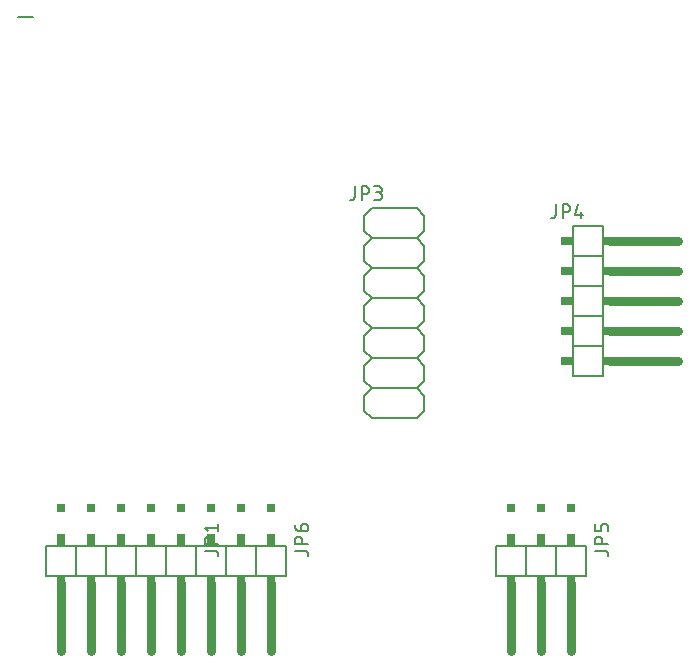
<source format=gbr>
G04 EAGLE Gerber RS-274X export*
G75*
%MOMM*%
%FSLAX34Y34*%
%LPD*%
%INSilkscreen Top*%
%IPPOS*%
%AMOC8*
5,1,8,0,0,1.08239X$1,22.5*%
G01*
%ADD10C,0.152400*%
%ADD11C,0.762000*%
%ADD12R,0.508000X0.762000*%
%ADD13R,1.016000X0.762000*%
%ADD14C,0.127000*%
%ADD15R,0.762000X0.508000*%
%ADD16R,0.762000X1.016000*%
%ADD17R,0.762000X0.762000*%
%ADD18C,0.203200*%


D10*
X547370Y378460D02*
X547370Y353060D01*
X572770Y353060D01*
X572770Y378460D01*
X547370Y378460D01*
D11*
X579120Y365760D02*
X636270Y365760D01*
D10*
X547370Y353060D02*
X547370Y327660D01*
X572770Y327660D01*
X572770Y353060D01*
D11*
X579120Y340360D02*
X636270Y340360D01*
D10*
X547370Y327660D02*
X547370Y302260D01*
X572770Y302260D01*
X572770Y327660D01*
D11*
X579120Y314960D02*
X636270Y314960D01*
D10*
X547370Y302260D02*
X547370Y276860D01*
X572770Y276860D01*
X572770Y302260D01*
D11*
X579120Y289560D02*
X636270Y289560D01*
D10*
X547370Y276860D02*
X547370Y251460D01*
X572770Y251460D01*
X572770Y276860D01*
D11*
X579120Y264160D02*
X636270Y264160D01*
D12*
X575310Y365760D03*
X575310Y340360D03*
X575310Y314960D03*
X575310Y289560D03*
X575310Y264160D03*
D13*
X542290Y365760D03*
X542290Y340360D03*
X542290Y314960D03*
X542290Y289560D03*
X542290Y264160D03*
D14*
X532765Y387985D02*
X532765Y396875D01*
X532765Y387985D02*
X532763Y387885D01*
X532757Y387786D01*
X532747Y387686D01*
X532734Y387588D01*
X532716Y387489D01*
X532695Y387392D01*
X532670Y387296D01*
X532641Y387200D01*
X532608Y387106D01*
X532572Y387013D01*
X532532Y386922D01*
X532488Y386832D01*
X532441Y386744D01*
X532391Y386658D01*
X532337Y386574D01*
X532280Y386492D01*
X532220Y386413D01*
X532156Y386335D01*
X532090Y386261D01*
X532021Y386189D01*
X531949Y386120D01*
X531875Y386054D01*
X531797Y385990D01*
X531718Y385930D01*
X531636Y385873D01*
X531552Y385819D01*
X531466Y385769D01*
X531378Y385722D01*
X531288Y385678D01*
X531197Y385638D01*
X531104Y385602D01*
X531010Y385569D01*
X530914Y385540D01*
X530818Y385515D01*
X530721Y385494D01*
X530622Y385476D01*
X530524Y385463D01*
X530424Y385453D01*
X530325Y385447D01*
X530225Y385445D01*
X528955Y385445D01*
X538745Y385445D02*
X538745Y396875D01*
X541920Y396875D01*
X542031Y396873D01*
X542141Y396867D01*
X542252Y396858D01*
X542362Y396844D01*
X542471Y396827D01*
X542580Y396806D01*
X542688Y396781D01*
X542795Y396752D01*
X542901Y396720D01*
X543006Y396684D01*
X543109Y396644D01*
X543211Y396601D01*
X543312Y396554D01*
X543411Y396503D01*
X543508Y396450D01*
X543602Y396393D01*
X543695Y396332D01*
X543786Y396269D01*
X543875Y396202D01*
X543961Y396132D01*
X544044Y396059D01*
X544126Y395984D01*
X544204Y395906D01*
X544279Y395824D01*
X544352Y395741D01*
X544422Y395655D01*
X544489Y395566D01*
X544552Y395475D01*
X544613Y395382D01*
X544670Y395287D01*
X544723Y395191D01*
X544774Y395092D01*
X544821Y394991D01*
X544864Y394889D01*
X544904Y394786D01*
X544940Y394681D01*
X544972Y394575D01*
X545001Y394468D01*
X545026Y394360D01*
X545047Y394251D01*
X545064Y394142D01*
X545078Y394032D01*
X545087Y393921D01*
X545093Y393811D01*
X545095Y393700D01*
X545093Y393589D01*
X545087Y393479D01*
X545078Y393368D01*
X545064Y393258D01*
X545047Y393149D01*
X545026Y393040D01*
X545001Y392932D01*
X544972Y392825D01*
X544940Y392719D01*
X544904Y392614D01*
X544864Y392511D01*
X544821Y392409D01*
X544774Y392308D01*
X544723Y392209D01*
X544670Y392112D01*
X544613Y392018D01*
X544552Y391925D01*
X544489Y391834D01*
X544422Y391745D01*
X544352Y391659D01*
X544279Y391576D01*
X544204Y391494D01*
X544126Y391416D01*
X544044Y391341D01*
X543961Y391268D01*
X543875Y391198D01*
X543786Y391131D01*
X543695Y391068D01*
X543602Y391007D01*
X543508Y390950D01*
X543411Y390897D01*
X543312Y390846D01*
X543211Y390799D01*
X543109Y390756D01*
X543006Y390716D01*
X542901Y390680D01*
X542795Y390648D01*
X542688Y390619D01*
X542580Y390594D01*
X542471Y390573D01*
X542362Y390556D01*
X542252Y390542D01*
X542141Y390533D01*
X542031Y390527D01*
X541920Y390525D01*
X538745Y390525D01*
X549604Y387985D02*
X552144Y396875D01*
X549604Y387985D02*
X555954Y387985D01*
X554049Y390525D02*
X554049Y385445D01*
D10*
X558800Y107950D02*
X533400Y107950D01*
X533400Y82550D01*
X558800Y82550D01*
X558800Y107950D01*
D11*
X546100Y76200D02*
X546100Y19050D01*
D10*
X533400Y107950D02*
X508000Y107950D01*
X508000Y82550D01*
X533400Y82550D01*
D11*
X520700Y76200D02*
X520700Y19050D01*
D10*
X508000Y107950D02*
X482600Y107950D01*
X482600Y82550D01*
X508000Y82550D01*
D11*
X495300Y76200D02*
X495300Y19050D01*
D15*
X546100Y80010D03*
X520700Y80010D03*
X495300Y80010D03*
D16*
X546100Y113030D03*
X520700Y113030D03*
D17*
X546100Y139700D03*
X520700Y139700D03*
D16*
X495300Y113030D03*
D17*
X495300Y139700D03*
D14*
X565785Y103176D02*
X574675Y103176D01*
X574775Y103174D01*
X574874Y103168D01*
X574974Y103158D01*
X575072Y103145D01*
X575171Y103127D01*
X575268Y103106D01*
X575364Y103081D01*
X575460Y103052D01*
X575554Y103019D01*
X575647Y102983D01*
X575738Y102943D01*
X575828Y102899D01*
X575916Y102852D01*
X576002Y102802D01*
X576086Y102748D01*
X576168Y102691D01*
X576247Y102631D01*
X576325Y102567D01*
X576399Y102501D01*
X576471Y102432D01*
X576540Y102360D01*
X576606Y102286D01*
X576670Y102208D01*
X576730Y102129D01*
X576787Y102047D01*
X576841Y101963D01*
X576891Y101877D01*
X576938Y101789D01*
X576982Y101699D01*
X577022Y101608D01*
X577058Y101515D01*
X577091Y101421D01*
X577120Y101325D01*
X577145Y101229D01*
X577166Y101132D01*
X577184Y101033D01*
X577197Y100935D01*
X577207Y100835D01*
X577213Y100736D01*
X577215Y100636D01*
X577215Y99366D01*
X577215Y109157D02*
X565785Y109157D01*
X565785Y112332D01*
X565787Y112443D01*
X565793Y112553D01*
X565802Y112664D01*
X565816Y112774D01*
X565833Y112883D01*
X565854Y112992D01*
X565879Y113100D01*
X565908Y113207D01*
X565940Y113313D01*
X565976Y113418D01*
X566016Y113521D01*
X566059Y113623D01*
X566106Y113724D01*
X566157Y113823D01*
X566210Y113919D01*
X566267Y114014D01*
X566328Y114107D01*
X566391Y114198D01*
X566458Y114287D01*
X566528Y114373D01*
X566601Y114456D01*
X566676Y114538D01*
X566754Y114616D01*
X566836Y114691D01*
X566919Y114764D01*
X567005Y114834D01*
X567094Y114901D01*
X567185Y114964D01*
X567278Y115025D01*
X567373Y115082D01*
X567469Y115135D01*
X567568Y115186D01*
X567669Y115233D01*
X567771Y115276D01*
X567874Y115316D01*
X567979Y115352D01*
X568085Y115384D01*
X568192Y115413D01*
X568300Y115438D01*
X568409Y115459D01*
X568518Y115476D01*
X568628Y115490D01*
X568739Y115499D01*
X568849Y115505D01*
X568960Y115507D01*
X569071Y115505D01*
X569181Y115499D01*
X569292Y115490D01*
X569402Y115476D01*
X569511Y115459D01*
X569620Y115438D01*
X569728Y115413D01*
X569835Y115384D01*
X569941Y115352D01*
X570046Y115316D01*
X570149Y115276D01*
X570251Y115233D01*
X570352Y115186D01*
X570451Y115135D01*
X570548Y115082D01*
X570642Y115025D01*
X570735Y114964D01*
X570826Y114901D01*
X570915Y114834D01*
X571001Y114764D01*
X571084Y114691D01*
X571166Y114616D01*
X571244Y114538D01*
X571319Y114456D01*
X571392Y114373D01*
X571462Y114287D01*
X571529Y114198D01*
X571592Y114107D01*
X571653Y114014D01*
X571710Y113920D01*
X571763Y113823D01*
X571814Y113724D01*
X571861Y113623D01*
X571904Y113521D01*
X571944Y113418D01*
X571980Y113313D01*
X572012Y113207D01*
X572041Y113100D01*
X572066Y112992D01*
X572087Y112883D01*
X572104Y112774D01*
X572118Y112664D01*
X572127Y112553D01*
X572133Y112443D01*
X572135Y112332D01*
X572135Y109157D01*
X577215Y120015D02*
X577215Y123825D01*
X577213Y123925D01*
X577207Y124024D01*
X577197Y124124D01*
X577184Y124222D01*
X577166Y124321D01*
X577145Y124418D01*
X577120Y124514D01*
X577091Y124610D01*
X577058Y124704D01*
X577022Y124797D01*
X576982Y124888D01*
X576938Y124978D01*
X576891Y125066D01*
X576841Y125152D01*
X576787Y125236D01*
X576730Y125318D01*
X576670Y125397D01*
X576606Y125475D01*
X576540Y125549D01*
X576471Y125621D01*
X576399Y125690D01*
X576325Y125756D01*
X576247Y125820D01*
X576168Y125880D01*
X576086Y125937D01*
X576002Y125991D01*
X575916Y126041D01*
X575828Y126088D01*
X575738Y126132D01*
X575647Y126172D01*
X575554Y126208D01*
X575460Y126241D01*
X575364Y126270D01*
X575268Y126295D01*
X575171Y126316D01*
X575072Y126334D01*
X574974Y126347D01*
X574874Y126357D01*
X574775Y126363D01*
X574675Y126365D01*
X573405Y126365D01*
X573305Y126363D01*
X573206Y126357D01*
X573106Y126347D01*
X573008Y126334D01*
X572909Y126316D01*
X572812Y126295D01*
X572716Y126270D01*
X572620Y126241D01*
X572526Y126208D01*
X572433Y126172D01*
X572342Y126132D01*
X572252Y126088D01*
X572164Y126041D01*
X572078Y125991D01*
X571994Y125937D01*
X571912Y125880D01*
X571833Y125820D01*
X571755Y125756D01*
X571681Y125690D01*
X571609Y125621D01*
X571540Y125549D01*
X571474Y125475D01*
X571410Y125397D01*
X571350Y125318D01*
X571293Y125236D01*
X571239Y125152D01*
X571189Y125066D01*
X571142Y124978D01*
X571098Y124888D01*
X571058Y124797D01*
X571022Y124704D01*
X570989Y124610D01*
X570960Y124514D01*
X570935Y124418D01*
X570914Y124321D01*
X570896Y124222D01*
X570883Y124124D01*
X570873Y124024D01*
X570867Y123925D01*
X570865Y123825D01*
X570865Y120015D01*
X565785Y120015D01*
X565785Y126365D01*
D10*
X228600Y107950D02*
X203200Y107950D01*
X203200Y82550D01*
X228600Y82550D01*
X228600Y107950D01*
D11*
X215900Y76200D02*
X215900Y19050D01*
D10*
X203200Y107950D02*
X177800Y107950D01*
X177800Y82550D01*
X203200Y82550D01*
D11*
X190500Y76200D02*
X190500Y19050D01*
D10*
X177800Y107950D02*
X152400Y107950D01*
X152400Y82550D01*
X177800Y82550D01*
D11*
X165100Y76200D02*
X165100Y19050D01*
D10*
X152400Y107950D02*
X127000Y107950D01*
X127000Y82550D01*
X152400Y82550D01*
D11*
X139700Y76200D02*
X139700Y19050D01*
D10*
X127000Y107950D02*
X101600Y107950D01*
X101600Y82550D01*
X127000Y82550D01*
D11*
X114300Y76200D02*
X114300Y19050D01*
D15*
X215900Y80010D03*
X190500Y80010D03*
X165100Y80010D03*
X139700Y80010D03*
X114300Y80010D03*
D16*
X215900Y113030D03*
X190500Y113030D03*
D17*
X215900Y139700D03*
X190500Y139700D03*
D16*
X165100Y113030D03*
X139700Y113030D03*
D17*
X165100Y139700D03*
X139700Y139700D03*
D16*
X114300Y113030D03*
D17*
X114300Y139700D03*
D14*
X235585Y103176D02*
X244475Y103176D01*
X244575Y103174D01*
X244674Y103168D01*
X244774Y103158D01*
X244872Y103145D01*
X244971Y103127D01*
X245068Y103106D01*
X245164Y103081D01*
X245260Y103052D01*
X245354Y103019D01*
X245447Y102983D01*
X245538Y102943D01*
X245628Y102899D01*
X245716Y102852D01*
X245802Y102802D01*
X245886Y102748D01*
X245968Y102691D01*
X246047Y102631D01*
X246125Y102567D01*
X246199Y102501D01*
X246271Y102432D01*
X246340Y102360D01*
X246406Y102286D01*
X246470Y102208D01*
X246530Y102129D01*
X246587Y102047D01*
X246641Y101963D01*
X246691Y101877D01*
X246738Y101789D01*
X246782Y101699D01*
X246822Y101608D01*
X246858Y101515D01*
X246891Y101421D01*
X246920Y101325D01*
X246945Y101229D01*
X246966Y101132D01*
X246984Y101033D01*
X246997Y100935D01*
X247007Y100835D01*
X247013Y100736D01*
X247015Y100636D01*
X247015Y99366D01*
X247015Y109157D02*
X235585Y109157D01*
X235585Y112332D01*
X235587Y112443D01*
X235593Y112553D01*
X235602Y112664D01*
X235616Y112774D01*
X235633Y112883D01*
X235654Y112992D01*
X235679Y113100D01*
X235708Y113207D01*
X235740Y113313D01*
X235776Y113418D01*
X235816Y113521D01*
X235859Y113623D01*
X235906Y113724D01*
X235957Y113823D01*
X236010Y113919D01*
X236067Y114014D01*
X236128Y114107D01*
X236191Y114198D01*
X236258Y114287D01*
X236328Y114373D01*
X236401Y114456D01*
X236476Y114538D01*
X236554Y114616D01*
X236636Y114691D01*
X236719Y114764D01*
X236805Y114834D01*
X236894Y114901D01*
X236985Y114964D01*
X237078Y115025D01*
X237173Y115082D01*
X237269Y115135D01*
X237368Y115186D01*
X237469Y115233D01*
X237571Y115276D01*
X237674Y115316D01*
X237779Y115352D01*
X237885Y115384D01*
X237992Y115413D01*
X238100Y115438D01*
X238209Y115459D01*
X238318Y115476D01*
X238428Y115490D01*
X238539Y115499D01*
X238649Y115505D01*
X238760Y115507D01*
X238871Y115505D01*
X238981Y115499D01*
X239092Y115490D01*
X239202Y115476D01*
X239311Y115459D01*
X239420Y115438D01*
X239528Y115413D01*
X239635Y115384D01*
X239741Y115352D01*
X239846Y115316D01*
X239949Y115276D01*
X240051Y115233D01*
X240152Y115186D01*
X240251Y115135D01*
X240348Y115082D01*
X240442Y115025D01*
X240535Y114964D01*
X240626Y114901D01*
X240715Y114834D01*
X240801Y114764D01*
X240884Y114691D01*
X240966Y114616D01*
X241044Y114538D01*
X241119Y114456D01*
X241192Y114373D01*
X241262Y114287D01*
X241329Y114198D01*
X241392Y114107D01*
X241453Y114014D01*
X241510Y113920D01*
X241563Y113823D01*
X241614Y113724D01*
X241661Y113623D01*
X241704Y113521D01*
X241744Y113418D01*
X241780Y113313D01*
X241812Y113207D01*
X241841Y113100D01*
X241866Y112992D01*
X241887Y112883D01*
X241904Y112774D01*
X241918Y112664D01*
X241927Y112553D01*
X241933Y112443D01*
X241935Y112332D01*
X241935Y109157D01*
X238125Y120015D02*
X235585Y123190D01*
X247015Y123190D01*
X247015Y120015D02*
X247015Y126365D01*
D10*
X370840Y387350D02*
X377190Y393700D01*
X370840Y374650D02*
X377190Y368300D01*
X370840Y361950D01*
X370840Y349250D02*
X377190Y342900D01*
X370840Y336550D01*
X370840Y323850D02*
X377190Y317500D01*
X370840Y311150D01*
X370840Y298450D02*
X377190Y292100D01*
X370840Y285750D01*
X370840Y273050D02*
X377190Y266700D01*
X370840Y260350D01*
X370840Y247650D02*
X377190Y241300D01*
X377190Y393700D02*
X415290Y393700D01*
X421640Y387350D01*
X421640Y374650D01*
X415290Y368300D01*
X421640Y361950D01*
X421640Y349250D01*
X415290Y342900D01*
X421640Y336550D01*
X421640Y323850D01*
X415290Y317500D01*
X421640Y311150D01*
X421640Y298450D01*
X415290Y292100D01*
X421640Y285750D01*
X421640Y273050D01*
X415290Y266700D01*
X421640Y260350D01*
X421640Y247650D01*
X415290Y241300D01*
X415290Y368300D02*
X377190Y368300D01*
X377190Y342900D02*
X415290Y342900D01*
X415290Y317500D02*
X377190Y317500D01*
X377190Y292100D02*
X415290Y292100D01*
X415290Y266700D02*
X377190Y266700D01*
X377190Y241300D02*
X415290Y241300D01*
X370840Y247650D02*
X370840Y260350D01*
X370840Y273050D02*
X370840Y285750D01*
X370840Y298450D02*
X370840Y311150D01*
X370840Y323850D02*
X370840Y336550D01*
X370840Y349250D02*
X370840Y361950D01*
X370840Y374650D02*
X370840Y387350D01*
X377190Y241300D02*
X370840Y234950D01*
X370840Y222250D02*
X377190Y215900D01*
X415290Y241300D02*
X421640Y234950D01*
X421640Y222250D01*
X415290Y215900D01*
X377190Y215900D01*
X370840Y222250D02*
X370840Y234950D01*
D14*
X362585Y403225D02*
X362585Y412115D01*
X362585Y403225D02*
X362583Y403125D01*
X362577Y403026D01*
X362567Y402926D01*
X362554Y402828D01*
X362536Y402729D01*
X362515Y402632D01*
X362490Y402536D01*
X362461Y402440D01*
X362428Y402346D01*
X362392Y402253D01*
X362352Y402162D01*
X362308Y402072D01*
X362261Y401984D01*
X362211Y401898D01*
X362157Y401814D01*
X362100Y401732D01*
X362040Y401653D01*
X361976Y401575D01*
X361910Y401501D01*
X361841Y401429D01*
X361769Y401360D01*
X361695Y401294D01*
X361617Y401230D01*
X361538Y401170D01*
X361456Y401113D01*
X361372Y401059D01*
X361286Y401009D01*
X361198Y400962D01*
X361108Y400918D01*
X361017Y400878D01*
X360924Y400842D01*
X360830Y400809D01*
X360734Y400780D01*
X360638Y400755D01*
X360541Y400734D01*
X360442Y400716D01*
X360344Y400703D01*
X360244Y400693D01*
X360145Y400687D01*
X360045Y400685D01*
X358775Y400685D01*
X368565Y400685D02*
X368565Y412115D01*
X371740Y412115D01*
X371851Y412113D01*
X371961Y412107D01*
X372072Y412098D01*
X372182Y412084D01*
X372291Y412067D01*
X372400Y412046D01*
X372508Y412021D01*
X372615Y411992D01*
X372721Y411960D01*
X372826Y411924D01*
X372929Y411884D01*
X373031Y411841D01*
X373132Y411794D01*
X373231Y411743D01*
X373328Y411690D01*
X373422Y411633D01*
X373515Y411572D01*
X373606Y411509D01*
X373695Y411442D01*
X373781Y411372D01*
X373864Y411299D01*
X373946Y411224D01*
X374024Y411146D01*
X374099Y411064D01*
X374172Y410981D01*
X374242Y410895D01*
X374309Y410806D01*
X374372Y410715D01*
X374433Y410622D01*
X374490Y410527D01*
X374543Y410431D01*
X374594Y410332D01*
X374641Y410231D01*
X374684Y410129D01*
X374724Y410026D01*
X374760Y409921D01*
X374792Y409815D01*
X374821Y409708D01*
X374846Y409600D01*
X374867Y409491D01*
X374884Y409382D01*
X374898Y409272D01*
X374907Y409161D01*
X374913Y409051D01*
X374915Y408940D01*
X374913Y408829D01*
X374907Y408719D01*
X374898Y408608D01*
X374884Y408498D01*
X374867Y408389D01*
X374846Y408280D01*
X374821Y408172D01*
X374792Y408065D01*
X374760Y407959D01*
X374724Y407854D01*
X374684Y407751D01*
X374641Y407649D01*
X374594Y407548D01*
X374543Y407449D01*
X374490Y407352D01*
X374433Y407258D01*
X374372Y407165D01*
X374309Y407074D01*
X374242Y406985D01*
X374172Y406899D01*
X374099Y406816D01*
X374024Y406734D01*
X373946Y406656D01*
X373864Y406581D01*
X373781Y406508D01*
X373695Y406438D01*
X373606Y406371D01*
X373515Y406308D01*
X373422Y406247D01*
X373328Y406190D01*
X373231Y406137D01*
X373132Y406086D01*
X373031Y406039D01*
X372929Y405996D01*
X372826Y405956D01*
X372721Y405920D01*
X372615Y405888D01*
X372508Y405859D01*
X372400Y405834D01*
X372291Y405813D01*
X372182Y405796D01*
X372072Y405782D01*
X371961Y405773D01*
X371851Y405767D01*
X371740Y405765D01*
X368565Y405765D01*
X379424Y400685D02*
X382599Y400685D01*
X382710Y400687D01*
X382820Y400693D01*
X382931Y400702D01*
X383041Y400716D01*
X383150Y400733D01*
X383259Y400754D01*
X383367Y400779D01*
X383474Y400808D01*
X383580Y400840D01*
X383685Y400876D01*
X383788Y400916D01*
X383890Y400959D01*
X383991Y401006D01*
X384090Y401057D01*
X384187Y401110D01*
X384281Y401167D01*
X384374Y401228D01*
X384465Y401291D01*
X384554Y401358D01*
X384640Y401428D01*
X384723Y401501D01*
X384805Y401576D01*
X384883Y401654D01*
X384958Y401736D01*
X385031Y401819D01*
X385101Y401905D01*
X385168Y401994D01*
X385231Y402085D01*
X385292Y402178D01*
X385349Y402272D01*
X385402Y402369D01*
X385453Y402468D01*
X385500Y402569D01*
X385543Y402671D01*
X385583Y402774D01*
X385619Y402879D01*
X385651Y402985D01*
X385680Y403092D01*
X385705Y403200D01*
X385726Y403309D01*
X385743Y403418D01*
X385757Y403528D01*
X385766Y403639D01*
X385772Y403749D01*
X385774Y403860D01*
X385772Y403971D01*
X385766Y404081D01*
X385757Y404192D01*
X385743Y404302D01*
X385726Y404411D01*
X385705Y404520D01*
X385680Y404628D01*
X385651Y404735D01*
X385619Y404841D01*
X385583Y404946D01*
X385543Y405049D01*
X385500Y405151D01*
X385453Y405252D01*
X385402Y405351D01*
X385349Y405447D01*
X385292Y405542D01*
X385231Y405635D01*
X385168Y405726D01*
X385101Y405815D01*
X385031Y405901D01*
X384958Y405984D01*
X384883Y406066D01*
X384805Y406144D01*
X384723Y406219D01*
X384640Y406292D01*
X384554Y406362D01*
X384465Y406429D01*
X384374Y406492D01*
X384281Y406553D01*
X384187Y406610D01*
X384090Y406663D01*
X383991Y406714D01*
X383890Y406761D01*
X383788Y406804D01*
X383685Y406844D01*
X383580Y406880D01*
X383474Y406912D01*
X383367Y406941D01*
X383259Y406966D01*
X383150Y406987D01*
X383041Y407004D01*
X382931Y407018D01*
X382820Y407027D01*
X382710Y407033D01*
X382599Y407035D01*
X383234Y412115D02*
X379424Y412115D01*
X383234Y412115D02*
X383334Y412113D01*
X383433Y412107D01*
X383533Y412097D01*
X383631Y412084D01*
X383730Y412066D01*
X383827Y412045D01*
X383923Y412020D01*
X384019Y411991D01*
X384113Y411958D01*
X384206Y411922D01*
X384297Y411882D01*
X384387Y411838D01*
X384475Y411791D01*
X384561Y411741D01*
X384645Y411687D01*
X384727Y411630D01*
X384806Y411570D01*
X384884Y411506D01*
X384958Y411440D01*
X385030Y411371D01*
X385099Y411299D01*
X385165Y411225D01*
X385229Y411147D01*
X385289Y411068D01*
X385346Y410986D01*
X385400Y410902D01*
X385450Y410816D01*
X385497Y410728D01*
X385541Y410638D01*
X385581Y410547D01*
X385617Y410454D01*
X385650Y410360D01*
X385679Y410264D01*
X385704Y410168D01*
X385725Y410071D01*
X385743Y409972D01*
X385756Y409874D01*
X385766Y409774D01*
X385772Y409675D01*
X385774Y409575D01*
X385772Y409475D01*
X385766Y409376D01*
X385756Y409276D01*
X385743Y409178D01*
X385725Y409079D01*
X385704Y408982D01*
X385679Y408886D01*
X385650Y408790D01*
X385617Y408696D01*
X385581Y408603D01*
X385541Y408512D01*
X385497Y408422D01*
X385450Y408334D01*
X385400Y408248D01*
X385346Y408164D01*
X385289Y408082D01*
X385229Y408003D01*
X385165Y407925D01*
X385099Y407851D01*
X385030Y407779D01*
X384958Y407710D01*
X384884Y407644D01*
X384806Y407580D01*
X384727Y407520D01*
X384645Y407463D01*
X384561Y407409D01*
X384475Y407359D01*
X384387Y407312D01*
X384297Y407268D01*
X384206Y407228D01*
X384113Y407192D01*
X384019Y407159D01*
X383923Y407130D01*
X383827Y407105D01*
X383730Y407084D01*
X383631Y407066D01*
X383533Y407053D01*
X383433Y407043D01*
X383334Y407037D01*
X383234Y407035D01*
X380694Y407035D01*
D10*
X304800Y107950D02*
X279400Y107950D01*
X279400Y82550D01*
X304800Y82550D01*
X304800Y107950D01*
D11*
X292100Y76200D02*
X292100Y19050D01*
D10*
X279400Y107950D02*
X254000Y107950D01*
X254000Y82550D01*
X279400Y82550D01*
D11*
X266700Y76200D02*
X266700Y19050D01*
D10*
X254000Y107950D02*
X228600Y107950D01*
X228600Y82550D01*
X254000Y82550D01*
D11*
X241300Y76200D02*
X241300Y19050D01*
D15*
X292100Y80010D03*
X266700Y80010D03*
X241300Y80010D03*
D16*
X292100Y113030D03*
X266700Y113030D03*
D17*
X292100Y139700D03*
X266700Y139700D03*
D16*
X241300Y113030D03*
D17*
X241300Y139700D03*
D14*
X311785Y103176D02*
X320675Y103176D01*
X320775Y103174D01*
X320874Y103168D01*
X320974Y103158D01*
X321072Y103145D01*
X321171Y103127D01*
X321268Y103106D01*
X321364Y103081D01*
X321460Y103052D01*
X321554Y103019D01*
X321647Y102983D01*
X321738Y102943D01*
X321828Y102899D01*
X321916Y102852D01*
X322002Y102802D01*
X322086Y102748D01*
X322168Y102691D01*
X322247Y102631D01*
X322325Y102567D01*
X322399Y102501D01*
X322471Y102432D01*
X322540Y102360D01*
X322606Y102286D01*
X322670Y102208D01*
X322730Y102129D01*
X322787Y102047D01*
X322841Y101963D01*
X322891Y101877D01*
X322938Y101789D01*
X322982Y101699D01*
X323022Y101608D01*
X323058Y101515D01*
X323091Y101421D01*
X323120Y101325D01*
X323145Y101229D01*
X323166Y101132D01*
X323184Y101033D01*
X323197Y100935D01*
X323207Y100835D01*
X323213Y100736D01*
X323215Y100636D01*
X323215Y99366D01*
X323215Y109157D02*
X311785Y109157D01*
X311785Y112332D01*
X311787Y112443D01*
X311793Y112553D01*
X311802Y112664D01*
X311816Y112774D01*
X311833Y112883D01*
X311854Y112992D01*
X311879Y113100D01*
X311908Y113207D01*
X311940Y113313D01*
X311976Y113418D01*
X312016Y113521D01*
X312059Y113623D01*
X312106Y113724D01*
X312157Y113823D01*
X312210Y113919D01*
X312267Y114014D01*
X312328Y114107D01*
X312391Y114198D01*
X312458Y114287D01*
X312528Y114373D01*
X312601Y114456D01*
X312676Y114538D01*
X312754Y114616D01*
X312836Y114691D01*
X312919Y114764D01*
X313005Y114834D01*
X313094Y114901D01*
X313185Y114964D01*
X313278Y115025D01*
X313373Y115082D01*
X313469Y115135D01*
X313568Y115186D01*
X313669Y115233D01*
X313771Y115276D01*
X313874Y115316D01*
X313979Y115352D01*
X314085Y115384D01*
X314192Y115413D01*
X314300Y115438D01*
X314409Y115459D01*
X314518Y115476D01*
X314628Y115490D01*
X314739Y115499D01*
X314849Y115505D01*
X314960Y115507D01*
X315071Y115505D01*
X315181Y115499D01*
X315292Y115490D01*
X315402Y115476D01*
X315511Y115459D01*
X315620Y115438D01*
X315728Y115413D01*
X315835Y115384D01*
X315941Y115352D01*
X316046Y115316D01*
X316149Y115276D01*
X316251Y115233D01*
X316352Y115186D01*
X316451Y115135D01*
X316548Y115082D01*
X316642Y115025D01*
X316735Y114964D01*
X316826Y114901D01*
X316915Y114834D01*
X317001Y114764D01*
X317084Y114691D01*
X317166Y114616D01*
X317244Y114538D01*
X317319Y114456D01*
X317392Y114373D01*
X317462Y114287D01*
X317529Y114198D01*
X317592Y114107D01*
X317653Y114014D01*
X317710Y113920D01*
X317763Y113823D01*
X317814Y113724D01*
X317861Y113623D01*
X317904Y113521D01*
X317944Y113418D01*
X317980Y113313D01*
X318012Y113207D01*
X318041Y113100D01*
X318066Y112992D01*
X318087Y112883D01*
X318104Y112774D01*
X318118Y112664D01*
X318127Y112553D01*
X318133Y112443D01*
X318135Y112332D01*
X318135Y109157D01*
X316865Y120015D02*
X316865Y123825D01*
X316867Y123925D01*
X316873Y124024D01*
X316883Y124124D01*
X316896Y124222D01*
X316914Y124321D01*
X316935Y124418D01*
X316960Y124514D01*
X316989Y124610D01*
X317022Y124704D01*
X317058Y124797D01*
X317098Y124888D01*
X317142Y124978D01*
X317189Y125066D01*
X317239Y125152D01*
X317293Y125236D01*
X317350Y125318D01*
X317410Y125397D01*
X317474Y125475D01*
X317540Y125549D01*
X317609Y125621D01*
X317681Y125690D01*
X317755Y125756D01*
X317833Y125820D01*
X317912Y125880D01*
X317994Y125937D01*
X318078Y125991D01*
X318164Y126041D01*
X318252Y126088D01*
X318342Y126132D01*
X318433Y126172D01*
X318526Y126208D01*
X318620Y126241D01*
X318716Y126270D01*
X318812Y126295D01*
X318909Y126316D01*
X319008Y126334D01*
X319106Y126347D01*
X319206Y126357D01*
X319305Y126363D01*
X319405Y126365D01*
X320040Y126365D01*
X320151Y126363D01*
X320261Y126357D01*
X320372Y126348D01*
X320482Y126334D01*
X320591Y126317D01*
X320700Y126296D01*
X320808Y126271D01*
X320915Y126242D01*
X321021Y126210D01*
X321126Y126174D01*
X321229Y126134D01*
X321331Y126091D01*
X321432Y126044D01*
X321531Y125993D01*
X321628Y125940D01*
X321722Y125883D01*
X321815Y125822D01*
X321906Y125759D01*
X321995Y125692D01*
X322081Y125622D01*
X322164Y125549D01*
X322246Y125474D01*
X322324Y125396D01*
X322399Y125314D01*
X322472Y125231D01*
X322542Y125145D01*
X322609Y125056D01*
X322672Y124965D01*
X322733Y124872D01*
X322790Y124777D01*
X322843Y124681D01*
X322894Y124582D01*
X322941Y124481D01*
X322984Y124379D01*
X323024Y124276D01*
X323060Y124171D01*
X323092Y124065D01*
X323121Y123958D01*
X323146Y123850D01*
X323167Y123741D01*
X323184Y123632D01*
X323198Y123522D01*
X323207Y123411D01*
X323213Y123301D01*
X323215Y123190D01*
X323213Y123079D01*
X323207Y122969D01*
X323198Y122858D01*
X323184Y122748D01*
X323167Y122639D01*
X323146Y122530D01*
X323121Y122422D01*
X323092Y122315D01*
X323060Y122209D01*
X323024Y122104D01*
X322984Y122001D01*
X322941Y121899D01*
X322894Y121798D01*
X322843Y121699D01*
X322790Y121602D01*
X322733Y121508D01*
X322672Y121415D01*
X322609Y121324D01*
X322542Y121235D01*
X322472Y121149D01*
X322399Y121066D01*
X322324Y120984D01*
X322246Y120906D01*
X322164Y120831D01*
X322081Y120758D01*
X321995Y120688D01*
X321906Y120621D01*
X321815Y120558D01*
X321722Y120497D01*
X321628Y120440D01*
X321531Y120387D01*
X321432Y120336D01*
X321331Y120289D01*
X321229Y120246D01*
X321126Y120206D01*
X321021Y120170D01*
X320915Y120138D01*
X320808Y120109D01*
X320700Y120084D01*
X320591Y120063D01*
X320482Y120046D01*
X320372Y120032D01*
X320261Y120023D01*
X320151Y120017D01*
X320040Y120015D01*
X316865Y120015D01*
X316725Y120017D01*
X316585Y120023D01*
X316445Y120032D01*
X316306Y120046D01*
X316167Y120063D01*
X316029Y120084D01*
X315891Y120109D01*
X315754Y120138D01*
X315618Y120170D01*
X315483Y120207D01*
X315349Y120247D01*
X315216Y120290D01*
X315084Y120338D01*
X314953Y120388D01*
X314824Y120443D01*
X314697Y120501D01*
X314571Y120562D01*
X314447Y120627D01*
X314325Y120696D01*
X314205Y120767D01*
X314087Y120842D01*
X313970Y120920D01*
X313856Y121002D01*
X313745Y121086D01*
X313636Y121174D01*
X313529Y121264D01*
X313424Y121358D01*
X313323Y121454D01*
X313224Y121553D01*
X313128Y121654D01*
X313034Y121759D01*
X312944Y121866D01*
X312856Y121975D01*
X312772Y122086D01*
X312690Y122200D01*
X312612Y122317D01*
X312537Y122435D01*
X312466Y122555D01*
X312397Y122677D01*
X312332Y122801D01*
X312271Y122927D01*
X312213Y123054D01*
X312158Y123183D01*
X312108Y123314D01*
X312060Y123446D01*
X312017Y123579D01*
X311977Y123713D01*
X311940Y123848D01*
X311908Y123984D01*
X311879Y124121D01*
X311854Y124259D01*
X311833Y124397D01*
X311816Y124536D01*
X311802Y124675D01*
X311793Y124815D01*
X311787Y124955D01*
X311785Y125095D01*
D18*
X90170Y555180D02*
X77470Y555180D01*
M02*

</source>
